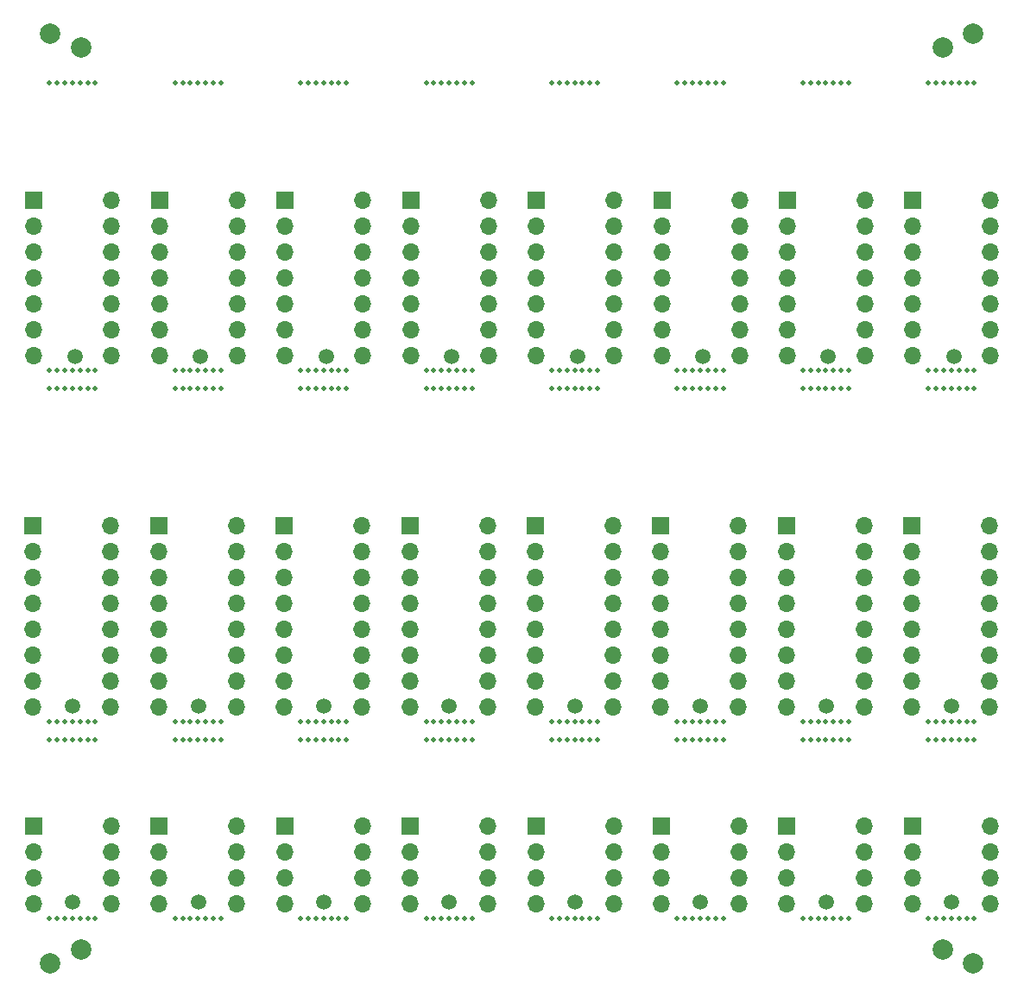
<source format=gbs>
%TF.GenerationSoftware,KiCad,Pcbnew,8.0.5*%
%TF.CreationDate,2024-12-01T20:05:21-08:00*%
%TF.ProjectId,soic,736f6963-2e6b-4696-9361-645f70636258,rev?*%
%TF.SameCoordinates,Original*%
%TF.FileFunction,Soldermask,Bot*%
%TF.FilePolarity,Negative*%
%FSLAX46Y46*%
G04 Gerber Fmt 4.6, Leading zero omitted, Abs format (unit mm)*
G04 Created by KiCad (PCBNEW 8.0.5) date 2024-12-01 20:05:21*
%MOMM*%
%LPD*%
G01*
G04 APERTURE LIST*
%ADD10C,0.500000*%
%ADD11O,1.700000X1.700000*%
%ADD12R,1.700000X1.700000*%
%ADD13C,1.500000*%
%ADD14C,2.000000*%
G04 APERTURE END LIST*
D10*
%TO.C,KiKit_MB_25_4*%
X102155800Y-78040200D03*
%TD*%
%TO.C,KiKit_MB_47_9*%
X142843000Y-131796353D03*
%TD*%
%TO.C,KiKit_MB_34_6*%
X115968200Y-79790200D03*
%TD*%
%TO.C,KiKit_MB_27_9*%
X105905800Y-112501400D03*
%TD*%
%TO.C,KiKit_MB_19_5*%
X90593400Y-78040200D03*
%TD*%
%TO.C,KiKit_MB_39_7*%
X129030600Y-112501400D03*
%TD*%
D11*
%TO.C,J2*%
X120579000Y-76619200D03*
X120579000Y-74079200D03*
X120579000Y-71539200D03*
X120579000Y-68999200D03*
X120579000Y-66459200D03*
X120579000Y-63919200D03*
X120579000Y-61379200D03*
%TD*%
D10*
%TO.C,KiKit_MB_42_5*%
X127530600Y-114251400D03*
%TD*%
%TO.C,KiKit_MB_48_10*%
X143593000Y-114251400D03*
%TD*%
%TO.C,KiKit_MB_10_10*%
X69718600Y-79790200D03*
%TD*%
%TO.C,KiKit_MB_29_8*%
X105155800Y-131796353D03*
%TD*%
%TO.C,KiKit_MB_45_10*%
X143593000Y-112501400D03*
%TD*%
%TO.C,KiKit_MB_4_4*%
X52906200Y-79790200D03*
%TD*%
%TO.C,KiKit_MB_40_7*%
X129030600Y-79790200D03*
%TD*%
%TO.C,KiKit_MB_43_6*%
X140593000Y-78040200D03*
%TD*%
%TO.C,KiKit_MB_24_7*%
X92093400Y-114251400D03*
%TD*%
D11*
%TO.C,J2*%
X95954200Y-76619200D03*
X95954200Y-74079200D03*
X95954200Y-71539200D03*
X95954200Y-68999200D03*
X95954200Y-66459200D03*
X95954200Y-63919200D03*
X95954200Y-61379200D03*
%TD*%
D10*
%TO.C,KiKit_MB_17_10*%
X82031000Y-131796353D03*
%TD*%
D12*
%TO.C,J4*%
X137482200Y-93301000D03*
D11*
X137482200Y-95841000D03*
X137482200Y-98381000D03*
X137482200Y-100921000D03*
X137482200Y-103461000D03*
X137482200Y-106001000D03*
X137482200Y-108541000D03*
X137482200Y-111081000D03*
%TD*%
D10*
%TO.C,KiKit_MB_45_8*%
X142093000Y-112501400D03*
%TD*%
%TO.C,KiKit_MB_8_9*%
X68968600Y-49875000D03*
%TD*%
%TO.C,KiKit_MB_12_5*%
X65968600Y-114251400D03*
%TD*%
%TO.C,KiKit_MB_6_9*%
X56656200Y-114251400D03*
%TD*%
%TO.C,KiKit_MB_45_5*%
X139843000Y-112501400D03*
%TD*%
%TO.C,KiKit_MB_29_10*%
X106655800Y-131796353D03*
%TD*%
%TO.C,KiKit_MB_5_6*%
X54406200Y-131796353D03*
%TD*%
%TO.C,KiKit_MB_20_5*%
X90593400Y-49875000D03*
%TD*%
%TO.C,KiKit_MB_23_6*%
X91343400Y-131796353D03*
%TD*%
%TO.C,KiKit_MB_24_10*%
X94343400Y-114251400D03*
%TD*%
%TO.C,KiKit_MB_9_5*%
X65968600Y-112501400D03*
%TD*%
%TO.C,KiKit_MB_5_5*%
X53656200Y-131796353D03*
%TD*%
%TO.C,KiKit_MB_13_6*%
X79031000Y-78040200D03*
%TD*%
%TO.C,KiKit_MB_31_8*%
X117468200Y-78040200D03*
%TD*%
%TO.C,KiKit_MB_22_6*%
X91343400Y-79790200D03*
%TD*%
%TO.C,KiKit_MB_32_8*%
X117468200Y-49875000D03*
%TD*%
%TO.C,KiKit_MB_30_7*%
X104405800Y-114251400D03*
%TD*%
D12*
%TO.C,J4*%
X63607800Y-93301000D03*
D11*
X63607800Y-95841000D03*
X63607800Y-98381000D03*
X63607800Y-100921000D03*
X63607800Y-103461000D03*
X63607800Y-106001000D03*
X63607800Y-108541000D03*
X63607800Y-111081000D03*
%TD*%
D12*
%TO.C,J1*%
X88334200Y-61374200D03*
D11*
X88334200Y-63914200D03*
X88334200Y-66454200D03*
X88334200Y-68994200D03*
X88334200Y-71534200D03*
X88334200Y-74074200D03*
X88334200Y-76614200D03*
%TD*%
D10*
%TO.C,KiKit_MB_21_6*%
X91343400Y-112501400D03*
%TD*%
%TO.C,KiKit_MB_25_10*%
X106655800Y-78040200D03*
%TD*%
D11*
%TO.C,J5*%
X108165000Y-111081000D03*
X108165000Y-108541000D03*
X108165000Y-106001000D03*
X108165000Y-103461000D03*
X108165000Y-100921000D03*
X108165000Y-98381000D03*
X108165000Y-95841000D03*
X108165000Y-93301000D03*
%TD*%
D10*
%TO.C,KiKit_MB_31_7*%
X116718200Y-78040200D03*
%TD*%
D13*
%TO.C,J7*%
X92118800Y-130197600D03*
%TD*%
D10*
%TO.C,KiKit_MB_34_9*%
X118218200Y-79790200D03*
%TD*%
%TO.C,KiKit_MB_41_8*%
X129780600Y-131796353D03*
%TD*%
%TO.C,KiKit_MB_47_7*%
X141343000Y-131796353D03*
%TD*%
%TO.C,KiKit_MB_21_8*%
X92843400Y-112501400D03*
%TD*%
%TO.C,KiKit_MB_15_7*%
X79781000Y-112501400D03*
%TD*%
%TO.C,KiKit_MB_10_8*%
X68218600Y-79790200D03*
%TD*%
%TO.C,KiKit_MB_42_9*%
X130530600Y-114251400D03*
%TD*%
%TO.C,KiKit_MB_18_4*%
X77531000Y-114251400D03*
%TD*%
%TO.C,KiKit_MB_15_10*%
X82031000Y-112501400D03*
%TD*%
D11*
%TO.C,J8*%
X120528100Y-122755400D03*
X120528100Y-125295400D03*
X120528100Y-127835400D03*
X120528100Y-130375400D03*
%TD*%
D10*
%TO.C,KiKit_MB_1_5*%
X53656200Y-78040200D03*
%TD*%
%TO.C,KiKit_MB_24_9*%
X93593400Y-114251400D03*
%TD*%
%TO.C,KiKit_MB_29_5*%
X102905800Y-131796353D03*
%TD*%
D11*
%TO.C,J5*%
X58915400Y-111081000D03*
X58915400Y-108541000D03*
X58915400Y-106001000D03*
X58915400Y-103461000D03*
X58915400Y-100921000D03*
X58915400Y-98381000D03*
X58915400Y-95841000D03*
X58915400Y-93301000D03*
%TD*%
D10*
%TO.C,KiKit_MB_28_8*%
X105155800Y-79790200D03*
%TD*%
%TO.C,KiKit_MB_18_9*%
X81281000Y-114251400D03*
%TD*%
%TO.C,KiKit_MB_22_9*%
X93593400Y-79790200D03*
%TD*%
%TO.C,KiKit_MB_10_5*%
X65968600Y-79790200D03*
%TD*%
%TO.C,KiKit_MB_15_4*%
X77531000Y-112501400D03*
%TD*%
%TO.C,KiKit_MB_36_9*%
X118218200Y-114251400D03*
%TD*%
D11*
%TO.C,J5*%
X145102200Y-111081000D03*
X145102200Y-108541000D03*
X145102200Y-106001000D03*
X145102200Y-103461000D03*
X145102200Y-100921000D03*
X145102200Y-98381000D03*
X145102200Y-95841000D03*
X145102200Y-93301000D03*
%TD*%
D10*
%TO.C,KiKit_MB_6_4*%
X52906200Y-114251400D03*
%TD*%
%TO.C,KiKit_MB_39_6*%
X128280600Y-112501400D03*
%TD*%
%TO.C,KiKit_MB_48_4*%
X139093000Y-114251400D03*
%TD*%
%TO.C,KiKit_MB_42_6*%
X128280600Y-114251400D03*
%TD*%
%TO.C,KiKit_MB_44_4*%
X139093000Y-49875000D03*
%TD*%
%TO.C,KiKit_MB_11_8*%
X68218600Y-131796353D03*
%TD*%
%TO.C,KiKit_MB_9_7*%
X67468600Y-112501400D03*
%TD*%
%TO.C,KiKit_MB_32_7*%
X116718200Y-49875000D03*
%TD*%
D13*
%TO.C,J7*%
X104431200Y-130197600D03*
%TD*%
D10*
%TO.C,KiKit_MB_12_6*%
X66718600Y-114251400D03*
%TD*%
%TO.C,KiKit_MB_3_5*%
X53656200Y-112501400D03*
%TD*%
%TO.C,KiKit_MB_44_9*%
X142843000Y-49875000D03*
%TD*%
%TO.C,KiKit_MB_33_9*%
X118218200Y-112501400D03*
%TD*%
%TO.C,KiKit_MB_41_6*%
X128280600Y-131796353D03*
%TD*%
D13*
%TO.C,J3*%
X141597000Y-76670000D03*
%TD*%
D10*
%TO.C,KiKit_MB_26_4*%
X102155800Y-49875000D03*
%TD*%
%TO.C,KiKit_MB_19_10*%
X94343400Y-78040200D03*
%TD*%
%TO.C,KiKit_MB_23_8*%
X92843400Y-131796353D03*
%TD*%
%TO.C,KiKit_MB_43_10*%
X143593000Y-78040200D03*
%TD*%
%TO.C,KiKit_MB_24_6*%
X91343400Y-114251400D03*
%TD*%
%TO.C,KiKit_MB_2_9*%
X56656200Y-49875000D03*
%TD*%
%TO.C,KiKit_MB_36_6*%
X115968200Y-114251400D03*
%TD*%
%TO.C,KiKit_MB_5_4*%
X52906200Y-131796353D03*
%TD*%
%TO.C,KiKit_MB_1_10*%
X57406200Y-78040200D03*
%TD*%
%TO.C,KiKit_MB_43_5*%
X139843000Y-78040200D03*
%TD*%
%TO.C,KiKit_MB_37_10*%
X131280600Y-78040200D03*
%TD*%
%TO.C,KiKit_MB_46_4*%
X139093000Y-79790200D03*
%TD*%
%TO.C,KiKit_MB_40_5*%
X127530600Y-79790200D03*
%TD*%
D13*
%TO.C,J3*%
X92347400Y-76670000D03*
%TD*%
D10*
%TO.C,KiKit_MB_30_10*%
X106655800Y-114251400D03*
%TD*%
%TO.C,KiKit_MB_32_9*%
X118218200Y-49875000D03*
%TD*%
D12*
%TO.C,J1*%
X125271400Y-61374200D03*
D11*
X125271400Y-63914200D03*
X125271400Y-66454200D03*
X125271400Y-68994200D03*
X125271400Y-71534200D03*
X125271400Y-74074200D03*
X125271400Y-76614200D03*
%TD*%
D10*
%TO.C,KiKit_MB_35_9*%
X118218200Y-131796353D03*
%TD*%
D11*
%TO.C,J2*%
X145203800Y-76619200D03*
X145203800Y-74079200D03*
X145203800Y-71539200D03*
X145203800Y-68999200D03*
X145203800Y-66459200D03*
X145203800Y-63919200D03*
X145203800Y-61379200D03*
%TD*%
D12*
%TO.C,J1*%
X76021800Y-61374200D03*
D11*
X76021800Y-63914200D03*
X76021800Y-66454200D03*
X76021800Y-68994200D03*
X76021800Y-71534200D03*
X76021800Y-74074200D03*
X76021800Y-76614200D03*
%TD*%
D10*
%TO.C,KiKit_MB_47_10*%
X143593000Y-131796353D03*
%TD*%
D12*
%TO.C,J4*%
X88232600Y-93301000D03*
D11*
X88232600Y-95841000D03*
X88232600Y-98381000D03*
X88232600Y-100921000D03*
X88232600Y-103461000D03*
X88232600Y-106001000D03*
X88232600Y-108541000D03*
X88232600Y-111081000D03*
%TD*%
%TO.C,J8*%
X132840500Y-122755400D03*
X132840500Y-125295400D03*
X132840500Y-127835400D03*
X132840500Y-130375400D03*
%TD*%
D10*
%TO.C,KiKit_MB_25_9*%
X105905800Y-78040200D03*
%TD*%
%TO.C,KiKit_MB_16_4*%
X77531000Y-79790200D03*
%TD*%
D12*
%TO.C,J1*%
X51397000Y-61374200D03*
D11*
X51397000Y-63914200D03*
X51397000Y-66454200D03*
X51397000Y-68994200D03*
X51397000Y-71534200D03*
X51397000Y-74074200D03*
X51397000Y-76614200D03*
%TD*%
D10*
%TO.C,KiKit_MB_18_10*%
X82031000Y-114251400D03*
%TD*%
D13*
%TO.C,J7*%
X55181600Y-130197600D03*
%TD*%
D10*
%TO.C,KiKit_MB_18_5*%
X78281000Y-114251400D03*
%TD*%
%TO.C,KiKit_MB_19_9*%
X93593400Y-78040200D03*
%TD*%
%TO.C,KiKit_MB_40_4*%
X126780600Y-79790200D03*
%TD*%
%TO.C,KiKit_MB_24_4*%
X89843400Y-114251400D03*
%TD*%
%TO.C,KiKit_MB_9_10*%
X69718600Y-112501400D03*
%TD*%
D11*
%TO.C,J8*%
X58966100Y-122755400D03*
X58966100Y-125295400D03*
X58966100Y-127835400D03*
X58966100Y-130375400D03*
%TD*%
D10*
%TO.C,KiKit_MB_13_7*%
X79781000Y-78040200D03*
%TD*%
%TO.C,KiKit_MB_1_4*%
X52906200Y-78040200D03*
%TD*%
%TO.C,KiKit_MB_12_4*%
X65218600Y-114251400D03*
%TD*%
%TO.C,KiKit_MB_3_8*%
X55906200Y-112501400D03*
%TD*%
%TO.C,KiKit_MB_27_8*%
X105155800Y-112501400D03*
%TD*%
%TO.C,KiKit_MB_44_8*%
X142093000Y-49875000D03*
%TD*%
%TO.C,KiKit_MB_24_5*%
X90593400Y-114251400D03*
%TD*%
D11*
%TO.C,J5*%
X95852600Y-111081000D03*
X95852600Y-108541000D03*
X95852600Y-106001000D03*
X95852600Y-103461000D03*
X95852600Y-100921000D03*
X95852600Y-98381000D03*
X95852600Y-95841000D03*
X95852600Y-93301000D03*
%TD*%
D10*
%TO.C,KiKit_MB_35_10*%
X118968200Y-131796353D03*
%TD*%
%TO.C,KiKit_MB_10_7*%
X67468600Y-79790200D03*
%TD*%
%TO.C,KiKit_MB_18_6*%
X79031000Y-114251400D03*
%TD*%
%TO.C,KiKit_MB_6_5*%
X53656200Y-114251400D03*
%TD*%
%TO.C,KiKit_MB_30_9*%
X105905800Y-114251400D03*
%TD*%
%TO.C,KiKit_MB_9_9*%
X68968600Y-112501400D03*
%TD*%
%TO.C,KiKit_MB_45_4*%
X139093000Y-112501400D03*
%TD*%
D12*
%TO.C,J9*%
X63658500Y-122755400D03*
D11*
X63658500Y-125295400D03*
X63658500Y-127835400D03*
X63658500Y-130375400D03*
%TD*%
D10*
%TO.C,KiKit_MB_28_7*%
X104405800Y-79790200D03*
%TD*%
%TO.C,KiKit_MB_1_8*%
X55906200Y-78040200D03*
%TD*%
D13*
%TO.C,J6*%
X104431200Y-111004800D03*
%TD*%
D11*
%TO.C,J5*%
X132789800Y-111081000D03*
X132789800Y-108541000D03*
X132789800Y-106001000D03*
X132789800Y-103461000D03*
X132789800Y-100921000D03*
X132789800Y-98381000D03*
X132789800Y-95841000D03*
X132789800Y-93301000D03*
%TD*%
D10*
%TO.C,KiKit_MB_48_7*%
X141343000Y-114251400D03*
%TD*%
%TO.C,KiKit_MB_18_8*%
X80531000Y-114251400D03*
%TD*%
%TO.C,KiKit_MB_11_10*%
X69718600Y-131796353D03*
%TD*%
%TO.C,KiKit_MB_6_10*%
X57406200Y-114251400D03*
%TD*%
%TO.C,KiKit_MB_7_6*%
X66718600Y-78040200D03*
%TD*%
%TO.C,KiKit_MB_20_7*%
X92093400Y-49875000D03*
%TD*%
%TO.C,KiKit_MB_39_9*%
X130530600Y-112501400D03*
%TD*%
%TO.C,KiKit_MB_38_7*%
X129030600Y-49875000D03*
%TD*%
%TO.C,KiKit_MB_10_9*%
X68968600Y-79790200D03*
%TD*%
%TO.C,KiKit_MB_4_5*%
X53656200Y-79790200D03*
%TD*%
%TO.C,KiKit_MB_39_5*%
X127530600Y-112501400D03*
%TD*%
%TO.C,KiKit_MB_11_6*%
X66718600Y-131796353D03*
%TD*%
%TO.C,KiKit_MB_46_8*%
X142093000Y-79790200D03*
%TD*%
%TO.C,KiKit_MB_39_8*%
X129780600Y-112501400D03*
%TD*%
D11*
%TO.C,J8*%
X108215700Y-122755400D03*
X108215700Y-125295400D03*
X108215700Y-127835400D03*
X108215700Y-130375400D03*
%TD*%
D10*
%TO.C,KiKit_MB_4_7*%
X55156200Y-79790200D03*
%TD*%
D12*
%TO.C,J1*%
X63709400Y-61374200D03*
D11*
X63709400Y-63914200D03*
X63709400Y-66454200D03*
X63709400Y-68994200D03*
X63709400Y-71534200D03*
X63709400Y-74074200D03*
X63709400Y-76614200D03*
%TD*%
D10*
%TO.C,KiKit_MB_16_7*%
X79781000Y-79790200D03*
%TD*%
%TO.C,KiKit_MB_22_8*%
X92843400Y-79790200D03*
%TD*%
%TO.C,KiKit_MB_15_9*%
X81281000Y-112501400D03*
%TD*%
D14*
%TO.C,KiKit_TO_2*%
X143499200Y-45000000D03*
%TD*%
D13*
%TO.C,J6*%
X116743600Y-111004800D03*
%TD*%
D10*
%TO.C,KiKit_MB_46_6*%
X140593000Y-79790200D03*
%TD*%
%TO.C,KiKit_MB_19_6*%
X91343400Y-78040200D03*
%TD*%
%TO.C,KiKit_MB_18_7*%
X79781000Y-114251400D03*
%TD*%
%TO.C,KiKit_MB_47_8*%
X142093000Y-131796353D03*
%TD*%
%TO.C,KiKit_MB_16_9*%
X81281000Y-79790200D03*
%TD*%
%TO.C,KiKit_MB_35_5*%
X115218200Y-131796353D03*
%TD*%
D13*
%TO.C,J3*%
X67722600Y-76670000D03*
%TD*%
D10*
%TO.C,KiKit_MB_42_10*%
X131280600Y-114251400D03*
%TD*%
%TO.C,KiKit_MB_17_8*%
X80531000Y-131796353D03*
%TD*%
%TO.C,KiKit_MB_27_4*%
X102155800Y-112501400D03*
%TD*%
%TO.C,KiKit_MB_41_5*%
X127530600Y-131796353D03*
%TD*%
%TO.C,KiKit_MB_31_6*%
X115968200Y-78040200D03*
%TD*%
%TO.C,KiKit_MB_44_6*%
X140593000Y-49875000D03*
%TD*%
%TO.C,KiKit_MB_17_5*%
X78281000Y-131796353D03*
%TD*%
D11*
%TO.C,J2*%
X59017000Y-76619200D03*
X59017000Y-74079200D03*
X59017000Y-71539200D03*
X59017000Y-68999200D03*
X59017000Y-66459200D03*
X59017000Y-63919200D03*
X59017000Y-61379200D03*
%TD*%
D13*
%TO.C,J7*%
X79806400Y-130197600D03*
%TD*%
%TO.C,J7*%
X67494000Y-130197600D03*
%TD*%
D10*
%TO.C,KiKit_MB_15_5*%
X78281000Y-112501400D03*
%TD*%
%TO.C,KiKit_MB_14_10*%
X82031000Y-49875000D03*
%TD*%
%TO.C,KiKit_MB_29_6*%
X103655800Y-131796353D03*
%TD*%
%TO.C,KiKit_MB_44_5*%
X139843000Y-49875000D03*
%TD*%
%TO.C,KiKit_MB_5_9*%
X56656200Y-131796353D03*
%TD*%
%TO.C,KiKit_MB_32_5*%
X115218200Y-49875000D03*
%TD*%
D11*
%TO.C,J8*%
X71278500Y-122755400D03*
X71278500Y-125295400D03*
X71278500Y-127835400D03*
X71278500Y-130375400D03*
%TD*%
D10*
%TO.C,KiKit_MB_7_4*%
X65218600Y-78040200D03*
%TD*%
%TO.C,KiKit_MB_37_6*%
X128280600Y-78040200D03*
%TD*%
%TO.C,KiKit_MB_23_7*%
X92093400Y-131796353D03*
%TD*%
%TO.C,KiKit_MB_45_6*%
X140593000Y-112501400D03*
%TD*%
%TO.C,KiKit_MB_3_10*%
X57406200Y-112501400D03*
%TD*%
%TO.C,KiKit_MB_3_9*%
X56656200Y-112501400D03*
%TD*%
%TO.C,KiKit_MB_38_10*%
X131280600Y-49875000D03*
%TD*%
%TO.C,KiKit_MB_12_7*%
X67468600Y-114251400D03*
%TD*%
%TO.C,KiKit_MB_26_6*%
X103655800Y-49875000D03*
%TD*%
%TO.C,KiKit_MB_32_6*%
X115968200Y-49875000D03*
%TD*%
%TO.C,KiKit_MB_42_4*%
X126780600Y-114251400D03*
%TD*%
%TO.C,KiKit_MB_26_8*%
X105155800Y-49875000D03*
%TD*%
%TO.C,KiKit_MB_16_8*%
X80531000Y-79790200D03*
%TD*%
%TO.C,KiKit_MB_37_8*%
X129780600Y-78040200D03*
%TD*%
%TO.C,KiKit_MB_30_6*%
X103655800Y-114251400D03*
%TD*%
%TO.C,KiKit_MB_9_8*%
X68218600Y-112501400D03*
%TD*%
%TO.C,KiKit_MB_9_6*%
X66718600Y-112501400D03*
%TD*%
%TO.C,KiKit_MB_3_7*%
X55156200Y-112501400D03*
%TD*%
%TO.C,KiKit_MB_41_10*%
X131280600Y-131796353D03*
%TD*%
%TO.C,KiKit_MB_27_7*%
X104405800Y-112501400D03*
%TD*%
%TO.C,KiKit_MB_11_9*%
X68968600Y-131796353D03*
%TD*%
%TO.C,KiKit_MB_20_8*%
X92843400Y-49875000D03*
%TD*%
D13*
%TO.C,J6*%
X55181600Y-111004800D03*
%TD*%
D14*
%TO.C,KiKit_TO_4*%
X143499200Y-136171353D03*
%TD*%
D10*
%TO.C,KiKit_MB_11_5*%
X65968600Y-131796353D03*
%TD*%
%TO.C,KiKit_MB_34_4*%
X114468200Y-79790200D03*
%TD*%
%TO.C,KiKit_MB_35_8*%
X117468200Y-131796353D03*
%TD*%
%TO.C,KiKit_MB_37_9*%
X130530600Y-78040200D03*
%TD*%
%TO.C,KiKit_MB_13_10*%
X82031000Y-78040200D03*
%TD*%
%TO.C,KiKit_MB_43_9*%
X142843000Y-78040200D03*
%TD*%
%TO.C,KiKit_MB_23_4*%
X89843400Y-131796353D03*
%TD*%
%TO.C,KiKit_MB_32_4*%
X114468200Y-49875000D03*
%TD*%
%TO.C,KiKit_MB_36_7*%
X116718200Y-114251400D03*
%TD*%
%TO.C,KiKit_MB_29_4*%
X102155800Y-131796353D03*
%TD*%
%TO.C,KiKit_MB_5_7*%
X55156200Y-131796353D03*
%TD*%
%TO.C,KiKit_MB_46_5*%
X139843000Y-79790200D03*
%TD*%
%TO.C,KiKit_MB_36_10*%
X118968200Y-114251400D03*
%TD*%
%TO.C,KiKit_MB_2_5*%
X53656200Y-49875000D03*
%TD*%
%TO.C,KiKit_MB_14_6*%
X79031000Y-49875000D03*
%TD*%
D11*
%TO.C,J8*%
X95903300Y-122755400D03*
X95903300Y-125295400D03*
X95903300Y-127835400D03*
X95903300Y-130375400D03*
%TD*%
D10*
%TO.C,KiKit_MB_22_10*%
X94343400Y-79790200D03*
%TD*%
D14*
%TO.C,KiKit_TO_1*%
X53000000Y-45000000D03*
%TD*%
D10*
%TO.C,KiKit_MB_47_5*%
X139843000Y-131796353D03*
%TD*%
%TO.C,KiKit_MB_15_6*%
X79031000Y-112501400D03*
%TD*%
D13*
%TO.C,J6*%
X129056000Y-111004800D03*
%TD*%
D10*
%TO.C,KiKit_MB_8_5*%
X65968600Y-49875000D03*
%TD*%
%TO.C,KiKit_MB_6_8*%
X55906200Y-114251400D03*
%TD*%
%TO.C,KiKit_MB_26_10*%
X106655800Y-49875000D03*
%TD*%
D11*
%TO.C,J2*%
X132891400Y-76619200D03*
X132891400Y-74079200D03*
X132891400Y-71539200D03*
X132891400Y-68999200D03*
X132891400Y-66459200D03*
X132891400Y-63919200D03*
X132891400Y-61379200D03*
%TD*%
D10*
%TO.C,KiKit_MB_7_7*%
X67468600Y-78040200D03*
%TD*%
%TO.C,KiKit_MB_8_4*%
X65218600Y-49875000D03*
%TD*%
%TO.C,KiKit_MB_30_8*%
X105155800Y-114251400D03*
%TD*%
%TO.C,KiKit_MB_29_9*%
X105905800Y-131796353D03*
%TD*%
%TO.C,KiKit_MB_1_6*%
X54406200Y-78040200D03*
%TD*%
%TO.C,KiKit_MB_35_4*%
X114468200Y-131796353D03*
%TD*%
%TO.C,KiKit_MB_27_6*%
X103655800Y-112501400D03*
%TD*%
%TO.C,KiKit_MB_36_4*%
X114468200Y-114251400D03*
%TD*%
%TO.C,KiKit_MB_40_6*%
X128280600Y-79790200D03*
%TD*%
%TO.C,KiKit_MB_47_6*%
X140593000Y-131796353D03*
%TD*%
%TO.C,KiKit_MB_31_10*%
X118968200Y-78040200D03*
%TD*%
D14*
%TO.C,KiKit_TO_3*%
X53000000Y-136171353D03*
%TD*%
D13*
%TO.C,J6*%
X79806400Y-111004800D03*
%TD*%
D11*
%TO.C,J8*%
X145152900Y-122755400D03*
X145152900Y-125295400D03*
X145152900Y-127835400D03*
X145152900Y-130375400D03*
%TD*%
D10*
%TO.C,KiKit_MB_19_4*%
X89843400Y-78040200D03*
%TD*%
%TO.C,KiKit_MB_2_10*%
X57406200Y-49875000D03*
%TD*%
D12*
%TO.C,J9*%
X75970900Y-122755400D03*
D11*
X75970900Y-125295400D03*
X75970900Y-127835400D03*
X75970900Y-130375400D03*
%TD*%
D10*
%TO.C,KiKit_MB_17_7*%
X79781000Y-131796353D03*
%TD*%
%TO.C,KiKit_MB_44_10*%
X143593000Y-49875000D03*
%TD*%
%TO.C,KiKit_MB_5_8*%
X55906200Y-131796353D03*
%TD*%
%TO.C,KiKit_MB_44_7*%
X141343000Y-49875000D03*
%TD*%
%TO.C,KiKit_MB_33_5*%
X115218200Y-112501400D03*
%TD*%
%TO.C,KiKit_MB_26_9*%
X105905800Y-49875000D03*
%TD*%
D12*
%TO.C,J4*%
X125169800Y-93301000D03*
D11*
X125169800Y-95841000D03*
X125169800Y-98381000D03*
X125169800Y-100921000D03*
X125169800Y-103461000D03*
X125169800Y-106001000D03*
X125169800Y-108541000D03*
X125169800Y-111081000D03*
%TD*%
D10*
%TO.C,KiKit_MB_21_4*%
X89843400Y-112501400D03*
%TD*%
%TO.C,KiKit_MB_10_6*%
X66718600Y-79790200D03*
%TD*%
%TO.C,KiKit_MB_11_7*%
X67468600Y-131796353D03*
%TD*%
%TO.C,KiKit_MB_42_8*%
X129780600Y-114251400D03*
%TD*%
D11*
%TO.C,J2*%
X108266600Y-76619200D03*
X108266600Y-74079200D03*
X108266600Y-71539200D03*
X108266600Y-68999200D03*
X108266600Y-66459200D03*
X108266600Y-63919200D03*
X108266600Y-61379200D03*
%TD*%
D10*
%TO.C,KiKit_MB_1_9*%
X56656200Y-78040200D03*
%TD*%
D13*
%TO.C,J3*%
X104659800Y-76670000D03*
%TD*%
D10*
%TO.C,KiKit_MB_27_5*%
X102905800Y-112501400D03*
%TD*%
%TO.C,KiKit_MB_48_9*%
X142843000Y-114251400D03*
%TD*%
%TO.C,KiKit_MB_38_9*%
X130530600Y-49875000D03*
%TD*%
%TO.C,KiKit_MB_32_10*%
X118968200Y-49875000D03*
%TD*%
%TO.C,KiKit_MB_25_8*%
X105155800Y-78040200D03*
%TD*%
%TO.C,KiKit_MB_22_7*%
X92093400Y-79790200D03*
%TD*%
%TO.C,KiKit_MB_37_4*%
X126780600Y-78040200D03*
%TD*%
D11*
%TO.C,J5*%
X71227800Y-111081000D03*
X71227800Y-108541000D03*
X71227800Y-106001000D03*
X71227800Y-103461000D03*
X71227800Y-100921000D03*
X71227800Y-98381000D03*
X71227800Y-95841000D03*
X71227800Y-93301000D03*
%TD*%
%TO.C,J8*%
X83590900Y-122755400D03*
X83590900Y-125295400D03*
X83590900Y-127835400D03*
X83590900Y-130375400D03*
%TD*%
D13*
%TO.C,J3*%
X129284600Y-76670000D03*
%TD*%
D10*
%TO.C,KiKit_MB_2_8*%
X55906200Y-49875000D03*
%TD*%
%TO.C,KiKit_MB_37_7*%
X129030600Y-78040200D03*
%TD*%
%TO.C,KiKit_MB_17_9*%
X81281000Y-131796353D03*
%TD*%
%TO.C,KiKit_MB_22_4*%
X89843400Y-79790200D03*
%TD*%
D11*
%TO.C,J2*%
X71329400Y-76619200D03*
X71329400Y-74079200D03*
X71329400Y-71539200D03*
X71329400Y-68999200D03*
X71329400Y-66459200D03*
X71329400Y-63919200D03*
X71329400Y-61379200D03*
%TD*%
D10*
%TO.C,KiKit_MB_17_4*%
X77531000Y-131796353D03*
%TD*%
%TO.C,KiKit_MB_25_6*%
X103655800Y-78040200D03*
%TD*%
%TO.C,KiKit_MB_13_9*%
X81281000Y-78040200D03*
%TD*%
%TO.C,KiKit_MB_2_7*%
X55156200Y-49875000D03*
%TD*%
%TO.C,KiKit_MB_5_10*%
X57406200Y-131796353D03*
%TD*%
%TO.C,KiKit_MB_34_8*%
X117468200Y-79790200D03*
%TD*%
%TO.C,KiKit_MB_7_10*%
X69718600Y-78040200D03*
%TD*%
%TO.C,KiKit_MB_33_4*%
X114468200Y-112501400D03*
%TD*%
D13*
%TO.C,J6*%
X141368400Y-111004800D03*
%TD*%
D12*
%TO.C,J4*%
X112857400Y-93301000D03*
D11*
X112857400Y-95841000D03*
X112857400Y-98381000D03*
X112857400Y-100921000D03*
X112857400Y-103461000D03*
X112857400Y-106001000D03*
X112857400Y-108541000D03*
X112857400Y-111081000D03*
%TD*%
D10*
%TO.C,KiKit_MB_25_7*%
X104405800Y-78040200D03*
%TD*%
%TO.C,KiKit_MB_6_7*%
X55156200Y-114251400D03*
%TD*%
D12*
%TO.C,J4*%
X75920200Y-93301000D03*
D11*
X75920200Y-95841000D03*
X75920200Y-98381000D03*
X75920200Y-100921000D03*
X75920200Y-103461000D03*
X75920200Y-106001000D03*
X75920200Y-108541000D03*
X75920200Y-111081000D03*
%TD*%
D10*
%TO.C,KiKit_MB_34_5*%
X115218200Y-79790200D03*
%TD*%
%TO.C,KiKit_MB_3_4*%
X52906200Y-112501400D03*
%TD*%
%TO.C,KiKit_MB_42_7*%
X129030600Y-114251400D03*
%TD*%
%TO.C,KiKit_MB_40_10*%
X131280600Y-79790200D03*
%TD*%
%TO.C,KiKit_MB_19_7*%
X92093400Y-78040200D03*
%TD*%
%TO.C,KiKit_MB_36_5*%
X115218200Y-114251400D03*
%TD*%
D12*
%TO.C,J9*%
X88283300Y-122755400D03*
D11*
X88283300Y-125295400D03*
X88283300Y-127835400D03*
X88283300Y-130375400D03*
%TD*%
D10*
%TO.C,KiKit_MB_41_9*%
X130530600Y-131796353D03*
%TD*%
D13*
%TO.C,J3*%
X55410200Y-76670000D03*
%TD*%
D10*
%TO.C,KiKit_MB_34_7*%
X116718200Y-79790200D03*
%TD*%
%TO.C,KiKit_MB_30_4*%
X102155800Y-114251400D03*
%TD*%
%TO.C,KiKit_MB_14_7*%
X79781000Y-49875000D03*
%TD*%
%TO.C,KiKit_MB_7_8*%
X68218600Y-78040200D03*
%TD*%
%TO.C,KiKit_MB_10_4*%
X65218600Y-79790200D03*
%TD*%
%TO.C,KiKit_MB_20_6*%
X91343400Y-49875000D03*
%TD*%
%TO.C,KiKit_MB_39_4*%
X126780600Y-112501400D03*
%TD*%
%TO.C,KiKit_MB_2_6*%
X54406200Y-49875000D03*
%TD*%
D12*
%TO.C,J4*%
X100545000Y-93301000D03*
D11*
X100545000Y-95841000D03*
X100545000Y-98381000D03*
X100545000Y-100921000D03*
X100545000Y-103461000D03*
X100545000Y-106001000D03*
X100545000Y-108541000D03*
X100545000Y-111081000D03*
%TD*%
D10*
%TO.C,KiKit_MB_27_10*%
X106655800Y-112501400D03*
%TD*%
D13*
%TO.C,J7*%
X116743600Y-130197600D03*
%TD*%
D10*
%TO.C,KiKit_MB_2_4*%
X52906200Y-49875000D03*
%TD*%
%TO.C,KiKit_MB_38_5*%
X127530600Y-49875000D03*
%TD*%
%TO.C,KiKit_MB_1_7*%
X55156200Y-78040200D03*
%TD*%
%TO.C,KiKit_MB_20_4*%
X89843400Y-49875000D03*
%TD*%
%TO.C,KiKit_MB_43_7*%
X141343000Y-78040200D03*
%TD*%
%TO.C,KiKit_MB_8_6*%
X66718600Y-49875000D03*
%TD*%
%TO.C,KiKit_MB_21_9*%
X93593400Y-112501400D03*
%TD*%
%TO.C,KiKit_MB_23_10*%
X94343400Y-131796353D03*
%TD*%
%TO.C,KiKit_MB_48_5*%
X139843000Y-114251400D03*
%TD*%
%TO.C,KiKit_MB_33_8*%
X117468200Y-112501400D03*
%TD*%
%TO.C,KiKit_MB_35_7*%
X116718200Y-131796353D03*
%TD*%
%TO.C,KiKit_MB_33_7*%
X116718200Y-112501400D03*
%TD*%
%TO.C,KiKit_MB_4_8*%
X55906200Y-79790200D03*
%TD*%
%TO.C,KiKit_MB_20_9*%
X93593400Y-49875000D03*
%TD*%
%TO.C,KiKit_MB_14_5*%
X78281000Y-49875000D03*
%TD*%
%TO.C,KiKit_MB_35_6*%
X115968200Y-131796353D03*
%TD*%
%TO.C,KiKit_MB_28_4*%
X102155800Y-79790200D03*
%TD*%
%TO.C,KiKit_MB_23_5*%
X90593400Y-131796353D03*
%TD*%
%TO.C,KiKit_MB_11_4*%
X65218600Y-131796353D03*
%TD*%
%TO.C,KiKit_MB_30_5*%
X102905800Y-114251400D03*
%TD*%
%TO.C,KiKit_MB_38_6*%
X128280600Y-49875000D03*
%TD*%
%TO.C,KiKit_MB_46_7*%
X141343000Y-79790200D03*
%TD*%
D11*
%TO.C,J5*%
X83540200Y-111081000D03*
X83540200Y-108541000D03*
X83540200Y-106001000D03*
X83540200Y-103461000D03*
X83540200Y-100921000D03*
X83540200Y-98381000D03*
X83540200Y-95841000D03*
X83540200Y-93301000D03*
%TD*%
D12*
%TO.C,J1*%
X112959000Y-61374200D03*
D11*
X112959000Y-63914200D03*
X112959000Y-66454200D03*
X112959000Y-68994200D03*
X112959000Y-71534200D03*
X112959000Y-74074200D03*
X112959000Y-76614200D03*
%TD*%
D10*
%TO.C,KiKit_MB_48_6*%
X140593000Y-114251400D03*
%TD*%
%TO.C,KiKit_MB_31_4*%
X114468200Y-78040200D03*
%TD*%
D13*
%TO.C,J3*%
X80035000Y-76670000D03*
%TD*%
D10*
%TO.C,KiKit_MB_43_8*%
X142093000Y-78040200D03*
%TD*%
%TO.C,KiKit_MB_16_6*%
X79031000Y-79790200D03*
%TD*%
%TO.C,KiKit_MB_48_8*%
X142093000Y-114251400D03*
%TD*%
%TO.C,KiKit_MB_21_5*%
X90593400Y-112501400D03*
%TD*%
%TO.C,KiKit_MB_26_7*%
X104405800Y-49875000D03*
%TD*%
D12*
%TO.C,J1*%
X137583800Y-61374200D03*
D11*
X137583800Y-63914200D03*
X137583800Y-66454200D03*
X137583800Y-68994200D03*
X137583800Y-71534200D03*
X137583800Y-74074200D03*
X137583800Y-76614200D03*
%TD*%
D10*
%TO.C,KiKit_MB_7_9*%
X68968600Y-78040200D03*
%TD*%
%TO.C,KiKit_MB_8_10*%
X69718600Y-49875000D03*
%TD*%
D13*
%TO.C,J6*%
X67494000Y-111004800D03*
%TD*%
D10*
%TO.C,KiKit_MB_31_5*%
X115218200Y-78040200D03*
%TD*%
%TO.C,KiKit_MB_33_10*%
X118968200Y-112501400D03*
%TD*%
%TO.C,KiKit_MB_16_10*%
X82031000Y-79790200D03*
%TD*%
%TO.C,KiKit_MB_24_8*%
X92843400Y-114251400D03*
%TD*%
%TO.C,KiKit_MB_13_5*%
X78281000Y-78040200D03*
%TD*%
%TO.C,KiKit_MB_29_7*%
X104405800Y-131796353D03*
%TD*%
D12*
%TO.C,J9*%
X51346100Y-122755400D03*
D11*
X51346100Y-125295400D03*
X51346100Y-127835400D03*
X51346100Y-130375400D03*
%TD*%
D10*
%TO.C,KiKit_MB_43_4*%
X139093000Y-78040200D03*
%TD*%
%TO.C,KiKit_MB_4_6*%
X54406200Y-79790200D03*
%TD*%
%TO.C,KiKit_MB_45_7*%
X141343000Y-112501400D03*
%TD*%
%TO.C,KiKit_MB_4_9*%
X56656200Y-79790200D03*
%TD*%
D12*
%TO.C,J9*%
X137532900Y-122755400D03*
D11*
X137532900Y-125295400D03*
X137532900Y-127835400D03*
X137532900Y-130375400D03*
%TD*%
D10*
%TO.C,KiKit_MB_14_9*%
X81281000Y-49875000D03*
%TD*%
%TO.C,KiKit_MB_14_4*%
X77531000Y-49875000D03*
%TD*%
D12*
%TO.C,J1*%
X100646600Y-61374200D03*
D11*
X100646600Y-63914200D03*
X100646600Y-66454200D03*
X100646600Y-68994200D03*
X100646600Y-71534200D03*
X100646600Y-74074200D03*
X100646600Y-76614200D03*
%TD*%
D10*
%TO.C,KiKit_MB_45_9*%
X142843000Y-112501400D03*
%TD*%
%TO.C,KiKit_MB_28_6*%
X103655800Y-79790200D03*
%TD*%
%TO.C,KiKit_MB_19_8*%
X92843400Y-78040200D03*
%TD*%
%TO.C,KiKit_MB_38_8*%
X129780600Y-49875000D03*
%TD*%
%TO.C,KiKit_MB_8_7*%
X67468600Y-49875000D03*
%TD*%
%TO.C,KiKit_MB_9_4*%
X65218600Y-112501400D03*
%TD*%
%TO.C,KiKit_MB_20_10*%
X94343400Y-49875000D03*
%TD*%
D12*
%TO.C,J9*%
X125220500Y-122755400D03*
D11*
X125220500Y-125295400D03*
X125220500Y-127835400D03*
X125220500Y-130375400D03*
%TD*%
D10*
%TO.C,KiKit_MB_14_8*%
X80531000Y-49875000D03*
%TD*%
%TO.C,KiKit_MB_17_6*%
X79031000Y-131796353D03*
%TD*%
%TO.C,KiKit_MB_28_10*%
X106655800Y-79790200D03*
%TD*%
%TO.C,KiKit_MB_41_7*%
X129030600Y-131796353D03*
%TD*%
%TO.C,KiKit_MB_34_10*%
X118968200Y-79790200D03*
%TD*%
%TO.C,KiKit_MB_13_4*%
X77531000Y-78040200D03*
%TD*%
%TO.C,KiKit_MB_40_8*%
X129780600Y-79790200D03*
%TD*%
%TO.C,KiKit_MB_7_5*%
X65968600Y-78040200D03*
%TD*%
%TO.C,KiKit_MB_41_4*%
X126780600Y-131796353D03*
%TD*%
%TO.C,KiKit_MB_22_5*%
X90593400Y-79790200D03*
%TD*%
%TO.C,KiKit_MB_3_6*%
X54406200Y-112501400D03*
%TD*%
D13*
%TO.C,J7*%
X129056000Y-130197600D03*
%TD*%
D12*
%TO.C,J9*%
X112908100Y-122755400D03*
D11*
X112908100Y-125295400D03*
X112908100Y-127835400D03*
X112908100Y-130375400D03*
%TD*%
D10*
%TO.C,KiKit_MB_28_9*%
X105905800Y-79790200D03*
%TD*%
D12*
%TO.C,J9*%
X100595700Y-122755400D03*
D11*
X100595700Y-125295400D03*
X100595700Y-127835400D03*
X100595700Y-130375400D03*
%TD*%
D10*
%TO.C,KiKit_MB_36_8*%
X117468200Y-114251400D03*
%TD*%
%TO.C,KiKit_MB_37_5*%
X127530600Y-78040200D03*
%TD*%
%TO.C,KiKit_MB_12_8*%
X68218600Y-114251400D03*
%TD*%
D13*
%TO.C,J7*%
X141368400Y-130197600D03*
%TD*%
D10*
%TO.C,KiKit_MB_12_10*%
X69718600Y-114251400D03*
%TD*%
%TO.C,KiKit_MB_33_6*%
X115968200Y-112501400D03*
%TD*%
D12*
%TO.C,J4*%
X51295400Y-93301000D03*
D11*
X51295400Y-95841000D03*
X51295400Y-98381000D03*
X51295400Y-100921000D03*
X51295400Y-103461000D03*
X51295400Y-106001000D03*
X51295400Y-108541000D03*
X51295400Y-111081000D03*
%TD*%
D10*
%TO.C,KiKit_MB_26_5*%
X102905800Y-49875000D03*
%TD*%
%TO.C,KiKit_MB_46_9*%
X142843000Y-79790200D03*
%TD*%
%TO.C,KiKit_MB_21_10*%
X94343400Y-112501400D03*
%TD*%
%TO.C,KiKit_MB_25_5*%
X102905800Y-78040200D03*
%TD*%
D13*
%TO.C,J3*%
X116972200Y-76670000D03*
%TD*%
%TO.C,J6*%
X92118800Y-111004800D03*
%TD*%
D10*
%TO.C,KiKit_MB_13_8*%
X80531000Y-78040200D03*
%TD*%
%TO.C,KiKit_MB_21_7*%
X92093400Y-112501400D03*
%TD*%
%TO.C,KiKit_MB_23_9*%
X93593400Y-131796353D03*
%TD*%
%TO.C,KiKit_MB_4_10*%
X57406200Y-79790200D03*
%TD*%
%TO.C,KiKit_MB_8_8*%
X68218600Y-49875000D03*
%TD*%
%TO.C,KiKit_MB_6_6*%
X54406200Y-114251400D03*
%TD*%
%TO.C,KiKit_MB_38_4*%
X126780600Y-49875000D03*
%TD*%
%TO.C,KiKit_MB_28_5*%
X102905800Y-79790200D03*
%TD*%
D11*
%TO.C,J2*%
X83641800Y-76619200D03*
X83641800Y-74079200D03*
X83641800Y-71539200D03*
X83641800Y-68999200D03*
X83641800Y-66459200D03*
X83641800Y-63919200D03*
X83641800Y-61379200D03*
%TD*%
D10*
%TO.C,KiKit_MB_39_10*%
X131280600Y-112501400D03*
%TD*%
%TO.C,KiKit_MB_40_9*%
X130530600Y-79790200D03*
%TD*%
%TO.C,KiKit_MB_12_9*%
X68968600Y-114251400D03*
%TD*%
%TO.C,KiKit_MB_16_5*%
X78281000Y-79790200D03*
%TD*%
%TO.C,KiKit_MB_31_9*%
X118218200Y-78040200D03*
%TD*%
%TO.C,KiKit_MB_46_10*%
X143593000Y-79790200D03*
%TD*%
D11*
%TO.C,J5*%
X120477400Y-111081000D03*
X120477400Y-108541000D03*
X120477400Y-106001000D03*
X120477400Y-103461000D03*
X120477400Y-100921000D03*
X120477400Y-98381000D03*
X120477400Y-95841000D03*
X120477400Y-93301000D03*
%TD*%
D10*
%TO.C,KiKit_MB_47_4*%
X139093000Y-131796353D03*
%TD*%
%TO.C,KiKit_MB_15_8*%
X80531000Y-112501400D03*
%TD*%
D14*
%TO.C,KiKit_FID_B_4*%
X140499200Y-134821353D03*
%TD*%
%TO.C,KiKit_FID_B_3*%
X56000000Y-134821353D03*
%TD*%
%TO.C,KiKit_FID_B_1*%
X56000000Y-46350000D03*
%TD*%
%TO.C,KiKit_FID_B_2*%
X140499200Y-46350000D03*
%TD*%
M02*

</source>
